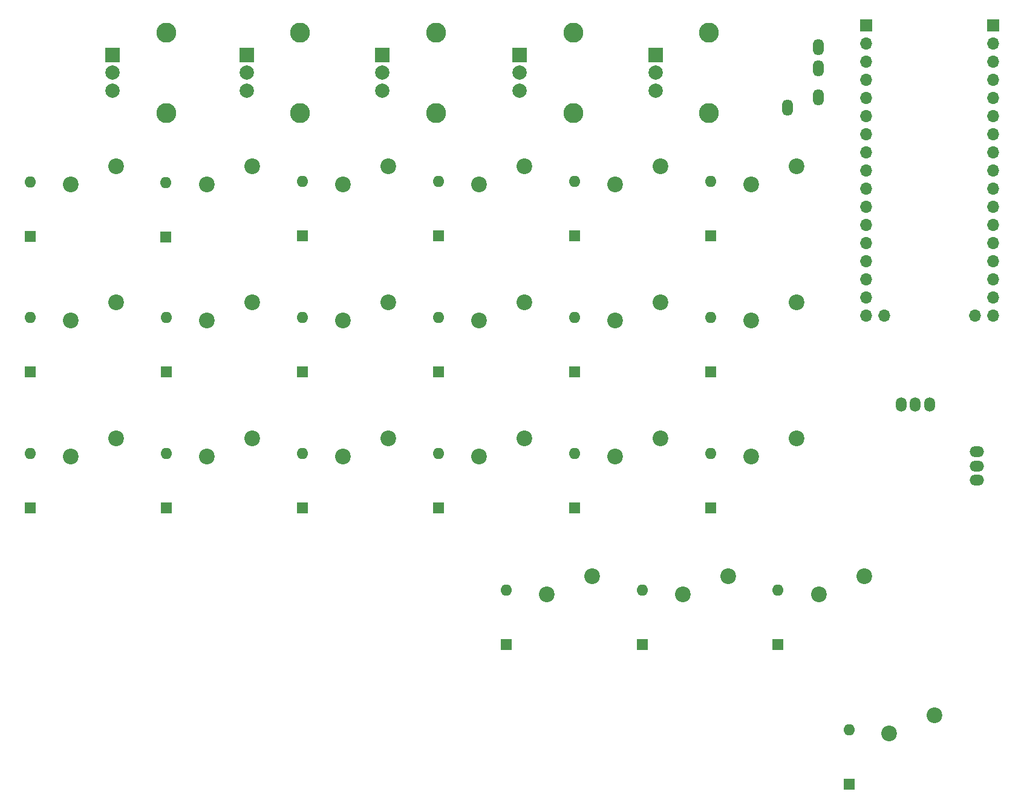
<source format=gbr>
%TF.GenerationSoftware,KiCad,Pcbnew,9.0.0*%
%TF.CreationDate,2025-03-26T22:43:06+09:00*%
%TF.ProjectId,keyboard,6b657962-6f61-4726-942e-6b696361645f,rev?*%
%TF.SameCoordinates,Original*%
%TF.FileFunction,Soldermask,Top*%
%TF.FilePolarity,Negative*%
%FSLAX46Y46*%
G04 Gerber Fmt 4.6, Leading zero omitted, Abs format (unit mm)*
G04 Created by KiCad (PCBNEW 9.0.0) date 2025-03-26 22:43:06*
%MOMM*%
%LPD*%
G01*
G04 APERTURE LIST*
%ADD10R,1.600000X1.600000*%
%ADD11O,1.600000X1.600000*%
%ADD12C,2.200000*%
%ADD13O,1.500000X2.000000*%
%ADD14O,2.000000X1.500000*%
%ADD15R,2.000000X2.000000*%
%ADD16C,2.000000*%
%ADD17C,2.800000*%
%ADD18R,1.700000X1.700000*%
%ADD19O,1.700000X1.700000*%
%ADD20O,1.500000X2.300000*%
G04 APERTURE END LIST*
D10*
%TO.C,D12*%
X171950000Y-88260000D03*
D11*
X171950000Y-80640000D03*
%TD*%
D10*
%TO.C,D9*%
X114800000Y-88260000D03*
D11*
X114800000Y-80640000D03*
%TD*%
D12*
%TO.C,SW12*%
X183971000Y-78474000D03*
X177621000Y-81014000D03*
%TD*%
D10*
%TO.C,D6*%
X171950000Y-69210000D03*
D11*
X171950000Y-61590000D03*
%TD*%
D12*
%TO.C,SW14*%
X107771000Y-97524000D03*
X101421000Y-100064000D03*
%TD*%
D10*
%TO.C,D20*%
X162370000Y-126435000D03*
D11*
X162370000Y-118815000D03*
%TD*%
D10*
%TO.C,D3*%
X114800000Y-69210000D03*
D11*
X114800000Y-61590000D03*
%TD*%
D13*
%TO.C,J5*%
X202612500Y-92787500D03*
D14*
X209212500Y-103387500D03*
D13*
X200612500Y-92787500D03*
X198612500Y-92787500D03*
D14*
X209212500Y-99387500D03*
X209212500Y-101387500D03*
%TD*%
D12*
%TO.C,SW18*%
X183971000Y-97524000D03*
X177621000Y-100064000D03*
%TD*%
D10*
%TO.C,D13*%
X76700000Y-107310000D03*
D11*
X76700000Y-99690000D03*
%TD*%
D10*
%TO.C,D1*%
X76700000Y-69255000D03*
D11*
X76700000Y-61635000D03*
%TD*%
D12*
%TO.C,SW17*%
X164921000Y-97524000D03*
X158571000Y-100064000D03*
%TD*%
D15*
%TO.C,SW25*%
X107000000Y-43850000D03*
D16*
X107000000Y-48850000D03*
X107000000Y-46350000D03*
D17*
X114500000Y-40750000D03*
X114500000Y-51950000D03*
%TD*%
D10*
%TO.C,D21*%
X181370000Y-126435000D03*
D11*
X181370000Y-118815000D03*
%TD*%
D12*
%TO.C,SW20*%
X174411000Y-116844000D03*
X168061000Y-119384000D03*
%TD*%
%TO.C,SW1*%
X88721000Y-59424000D03*
X82371000Y-61964000D03*
%TD*%
D15*
%TO.C,SW23*%
X145250000Y-43850000D03*
D16*
X145250000Y-48850000D03*
X145250000Y-46350000D03*
D17*
X152750000Y-40750000D03*
X152750000Y-51950000D03*
%TD*%
D12*
%TO.C,SW11*%
X164921000Y-78474000D03*
X158571000Y-81014000D03*
%TD*%
D10*
%TO.C,D17*%
X152900000Y-107310000D03*
D11*
X152900000Y-99690000D03*
%TD*%
D10*
%TO.C,D5*%
X152900000Y-69210000D03*
D11*
X152900000Y-61590000D03*
%TD*%
D10*
%TO.C,D19*%
X143370000Y-126435000D03*
D11*
X143370000Y-118815000D03*
%TD*%
D12*
%TO.C,SW9*%
X126821000Y-78474000D03*
X120471000Y-81014000D03*
%TD*%
%TO.C,SW10*%
X145871000Y-78474000D03*
X139521000Y-81014000D03*
%TD*%
D10*
%TO.C,D11*%
X152900000Y-88260000D03*
D11*
X152900000Y-80640000D03*
%TD*%
D12*
%TO.C,SW15*%
X126821000Y-97524000D03*
X120471000Y-100064000D03*
%TD*%
D10*
%TO.C,D4*%
X133850000Y-69210000D03*
D11*
X133850000Y-61590000D03*
%TD*%
D12*
%TO.C,SW5*%
X164921000Y-59424000D03*
X158571000Y-61964000D03*
%TD*%
D18*
%TO.C,U1*%
X193750000Y-39670000D03*
D19*
X193750000Y-42210000D03*
X193750000Y-44750000D03*
X193750000Y-47290000D03*
X193750000Y-49830000D03*
X193750000Y-52370000D03*
X193750000Y-54910000D03*
X193750000Y-57450000D03*
X193750000Y-59990000D03*
X193750000Y-62530000D03*
X193750000Y-65070000D03*
X193750000Y-67610000D03*
X193750000Y-70150000D03*
X193750000Y-72690000D03*
X193750000Y-75230000D03*
X193750000Y-77770000D03*
X193750000Y-80310000D03*
X211550000Y-80310000D03*
X211550000Y-77770000D03*
X211550000Y-75230000D03*
X211550000Y-72690000D03*
X211550000Y-70150000D03*
X211550000Y-67610000D03*
X211550000Y-65070000D03*
X211550000Y-62530000D03*
X211550000Y-59990000D03*
X211550000Y-57450000D03*
X211550000Y-54910000D03*
X211550000Y-52370000D03*
X211550000Y-49830000D03*
X211550000Y-47290000D03*
X211550000Y-44750000D03*
X211550000Y-42210000D03*
D18*
X211550000Y-39670000D03*
D19*
X196290000Y-80310000D03*
X209010000Y-80310000D03*
%TD*%
D10*
%TO.C,D7*%
X76700000Y-88260000D03*
D11*
X76700000Y-80640000D03*
%TD*%
D12*
%TO.C,SW13*%
X88721000Y-97524000D03*
X82371000Y-100064000D03*
%TD*%
D10*
%TO.C,D18*%
X171950000Y-107310000D03*
D11*
X171950000Y-99690000D03*
%TD*%
D10*
%TO.C,D15*%
X114800000Y-107310000D03*
D11*
X114800000Y-99690000D03*
%TD*%
D15*
%TO.C,SW24*%
X126000000Y-43850000D03*
D16*
X126000000Y-48850000D03*
X126000000Y-46350000D03*
D17*
X133500000Y-40750000D03*
X133500000Y-51950000D03*
%TD*%
D12*
%TO.C,SW2*%
X107771000Y-59424000D03*
X101421000Y-61964000D03*
%TD*%
D20*
%TO.C,J4*%
X187000000Y-45750000D03*
X187000000Y-42750000D03*
X182700000Y-51250000D03*
X187000000Y-49750000D03*
%TD*%
D15*
%TO.C,SW26*%
X88250000Y-43850000D03*
D16*
X88250000Y-48850000D03*
X88250000Y-46350000D03*
D17*
X95750000Y-40750000D03*
X95750000Y-51950000D03*
%TD*%
D10*
%TO.C,D8*%
X95750000Y-88260000D03*
D11*
X95750000Y-80640000D03*
%TD*%
D15*
%TO.C,SW27*%
X164250000Y-43850000D03*
D16*
X164250000Y-48850000D03*
X164250000Y-46350000D03*
D17*
X171750000Y-40750000D03*
X171750000Y-51950000D03*
%TD*%
D10*
%TO.C,D2*%
X95701000Y-69310000D03*
D11*
X95701000Y-61690000D03*
%TD*%
D12*
%TO.C,SW3*%
X126821000Y-59424000D03*
X120471000Y-61964000D03*
%TD*%
%TO.C,SW4*%
X145871000Y-59424000D03*
X139521000Y-61964000D03*
%TD*%
%TO.C,SW6*%
X183971000Y-59424000D03*
X177621000Y-61964000D03*
%TD*%
%TO.C,SW8*%
X107771000Y-78474000D03*
X101421000Y-81014000D03*
%TD*%
D10*
%TO.C,D22*%
X191370000Y-145935000D03*
D11*
X191370000Y-138315000D03*
%TD*%
D12*
%TO.C,SW22*%
X203281000Y-136344000D03*
X196931000Y-138884000D03*
%TD*%
D10*
%TO.C,D16*%
X133850000Y-107310000D03*
D11*
X133850000Y-99690000D03*
%TD*%
D10*
%TO.C,D10*%
X133850000Y-88260000D03*
D11*
X133850000Y-80640000D03*
%TD*%
D10*
%TO.C,D14*%
X95750000Y-107310000D03*
D11*
X95750000Y-99690000D03*
%TD*%
D12*
%TO.C,SW19*%
X155361000Y-116844000D03*
X149011000Y-119384000D03*
%TD*%
%TO.C,SW7*%
X88721000Y-78474000D03*
X82371000Y-81014000D03*
%TD*%
%TO.C,SW16*%
X145871000Y-97524000D03*
X139521000Y-100064000D03*
%TD*%
%TO.C,SW21*%
X193461000Y-116844000D03*
X187111000Y-119384000D03*
%TD*%
M02*

</source>
